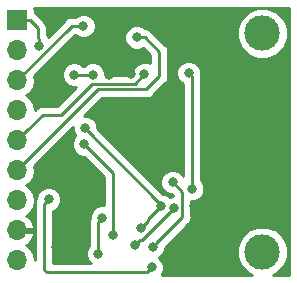
<source format=gbl>
G04 #@! TF.GenerationSoftware,KiCad,Pcbnew,5.0.0-rc1-44a33f2~62~ubuntu16.04.1*
G04 #@! TF.CreationDate,2018-04-05T21:06:55+03:00*
G04 #@! TF.ProjectId,accel-breakout,616363656C2D627265616B6F75742E6B,rev?*
G04 #@! TF.SameCoordinates,Original*
G04 #@! TF.FileFunction,Copper,L2,Bot,Signal*
G04 #@! TF.FilePolarity,Positive*
%FSLAX46Y46*%
G04 Gerber Fmt 4.6, Leading zero omitted, Abs format (unit mm)*
G04 Created by KiCad (PCBNEW 5.0.0-rc1-44a33f2~62~ubuntu16.04.1) date Thu Apr  5 21:06:55 2018*
%MOMM*%
%LPD*%
G01*
G04 APERTURE LIST*
%ADD10R,1.700000X1.700000*%
%ADD11O,1.700000X1.700000*%
%ADD12C,3.000000*%
%ADD13C,0.800000*%
%ADD14C,0.250000*%
%ADD15C,0.254000*%
G04 APERTURE END LIST*
D10*
X129282619Y-80757500D03*
D11*
X129282619Y-83297500D03*
X129282619Y-85837500D03*
X129282619Y-88377500D03*
X129282619Y-90917500D03*
X129282619Y-93457500D03*
X129282619Y-95997500D03*
X129282619Y-98537500D03*
X129282619Y-101077500D03*
D12*
X150050000Y-100350000D03*
X150050000Y-81850000D03*
D13*
X135700000Y-85350000D03*
X134100000Y-85350000D03*
X136500000Y-97450000D03*
X136150000Y-100500000D03*
X144000000Y-98450000D03*
X144300000Y-96450000D03*
X132550000Y-99900000D03*
X143350000Y-99950000D03*
X131350000Y-87750000D03*
X132540912Y-85399991D03*
X132658104Y-92782785D03*
X142550000Y-90450000D03*
X138400000Y-90500000D03*
X138900000Y-85300000D03*
X137050000Y-85400000D03*
X136400000Y-81000000D03*
X135050000Y-89900000D03*
X139800000Y-98350000D03*
X141500000Y-96450000D03*
X131172407Y-82922407D03*
X143800000Y-85200000D03*
X144100000Y-95000000D03*
X142550000Y-96673002D03*
X139300000Y-99750000D03*
X134950000Y-91250000D03*
X137407817Y-98955000D03*
X134900000Y-81225000D03*
X140061439Y-85300898D03*
X140680706Y-101674990D03*
X139400000Y-82200000D03*
X131950000Y-95900000D03*
X142450000Y-94450000D03*
X140750000Y-99950000D03*
D14*
X134100000Y-85350000D02*
X135700000Y-85350000D01*
X136150000Y-100500000D02*
X136150000Y-97800000D01*
X136150000Y-97800000D02*
X136500000Y-97450000D01*
X135050000Y-89900000D02*
X141500000Y-96350000D01*
X141500000Y-96350000D02*
X141500000Y-96450000D01*
X139800000Y-98350000D02*
X140400152Y-97749848D01*
X140400152Y-97749848D02*
X140400152Y-97549848D01*
X140400152Y-97549848D02*
X141500000Y-96450000D01*
X131050000Y-82234315D02*
X131050000Y-81424881D01*
X131050000Y-81424881D02*
X130382619Y-80757500D01*
X130382619Y-80757500D02*
X129282619Y-80757500D01*
X131172407Y-82922407D02*
X131172407Y-82356722D01*
X131172407Y-82356722D02*
X131050000Y-82234315D01*
X144100000Y-85500000D02*
X143800000Y-85200000D01*
X144100000Y-95000000D02*
X144100000Y-85500000D01*
X139300000Y-99750000D02*
X139699999Y-99350001D01*
X139699999Y-99350001D02*
X139873001Y-99350001D01*
X139873001Y-99350001D02*
X142550000Y-96673002D01*
X137407817Y-93707817D02*
X134950000Y-91250000D01*
X137407817Y-97042183D02*
X137407817Y-93707817D01*
X137407817Y-98955000D02*
X137407817Y-97042183D01*
X129282619Y-85837500D02*
X133895119Y-81225000D01*
X133895119Y-81225000D02*
X134900000Y-81225000D01*
X131450000Y-88750000D02*
X133000000Y-88750000D01*
X139237336Y-86125001D02*
X140061439Y-85300898D01*
X130132618Y-90067382D02*
X131450000Y-88750000D01*
X135624999Y-86125001D02*
X139237336Y-86125001D01*
X130132618Y-90067501D02*
X130132618Y-90067382D01*
X133000000Y-88750000D02*
X135624999Y-86125001D01*
X129282619Y-90917500D02*
X130132618Y-90067501D01*
X131950000Y-95900000D02*
X131550001Y-96299999D01*
X131774989Y-102074989D02*
X140280707Y-102074989D01*
X131550001Y-101850001D02*
X131774989Y-102074989D01*
X131550001Y-96299999D02*
X131550001Y-101850001D01*
X140280707Y-102074989D02*
X140680706Y-101674990D01*
X141300000Y-83400000D02*
X140100000Y-82200000D01*
X140100000Y-82200000D02*
X139400000Y-82200000D01*
X141300000Y-85500000D02*
X141300000Y-83400000D01*
X140200000Y-86600000D02*
X141300000Y-85500000D01*
X136140119Y-86600000D02*
X140200000Y-86600000D01*
X129282619Y-93457500D02*
X136140119Y-86600000D01*
X143275001Y-95275001D02*
X142450000Y-94450000D01*
X141149999Y-99550001D02*
X143275001Y-97424999D01*
X143275001Y-97424999D02*
X143275001Y-95275001D01*
X140750000Y-99950000D02*
X141149999Y-99550001D01*
D15*
G36*
X152290000Y-102290000D02*
X150945450Y-102290000D01*
X151259380Y-102159966D01*
X151859966Y-101559380D01*
X152185000Y-100774678D01*
X152185000Y-99925322D01*
X151859966Y-99140620D01*
X151259380Y-98540034D01*
X150474678Y-98215000D01*
X149625322Y-98215000D01*
X148840620Y-98540034D01*
X148240034Y-99140620D01*
X147915000Y-99925322D01*
X147915000Y-100774678D01*
X148240034Y-101559380D01*
X148840620Y-102159966D01*
X149154550Y-102290000D01*
X141529407Y-102290000D01*
X141558137Y-102261270D01*
X141715706Y-101880864D01*
X141715706Y-101469116D01*
X141558137Y-101088710D01*
X141308404Y-100838977D01*
X141336280Y-100827431D01*
X141627431Y-100536280D01*
X141785000Y-100155874D01*
X141785000Y-99989801D01*
X143759474Y-98015328D01*
X143822930Y-97972928D01*
X143865925Y-97908581D01*
X143990905Y-97721537D01*
X144017047Y-97590112D01*
X144035001Y-97499851D01*
X144035001Y-97499847D01*
X144049889Y-97424999D01*
X144035001Y-97350151D01*
X144035001Y-96035000D01*
X144305874Y-96035000D01*
X144686280Y-95877431D01*
X144977431Y-95586280D01*
X145135000Y-95205874D01*
X145135000Y-94794126D01*
X144977431Y-94413720D01*
X144860000Y-94296289D01*
X144860000Y-85574846D01*
X144874888Y-85499999D01*
X144860000Y-85425152D01*
X144860000Y-85425148D01*
X144835000Y-85299465D01*
X144835000Y-84994126D01*
X144677431Y-84613720D01*
X144386280Y-84322569D01*
X144005874Y-84165000D01*
X143594126Y-84165000D01*
X143213720Y-84322569D01*
X142922569Y-84613720D01*
X142765000Y-84994126D01*
X142765000Y-85405874D01*
X142922569Y-85786280D01*
X143213720Y-86077431D01*
X143340001Y-86129738D01*
X143340000Y-93894065D01*
X143327431Y-93863720D01*
X143036280Y-93572569D01*
X142655874Y-93415000D01*
X142244126Y-93415000D01*
X141863720Y-93572569D01*
X141572569Y-93863720D01*
X141415000Y-94244126D01*
X141415000Y-94655874D01*
X141572569Y-95036280D01*
X141863720Y-95327431D01*
X142244126Y-95485000D01*
X142410198Y-95485000D01*
X142515002Y-95589804D01*
X142515002Y-95638002D01*
X142344126Y-95638002D01*
X142208069Y-95694358D01*
X142086280Y-95572569D01*
X141705874Y-95415000D01*
X141639803Y-95415000D01*
X136085000Y-89860199D01*
X136085000Y-89694126D01*
X135927431Y-89313720D01*
X135636280Y-89022569D01*
X135255874Y-88865000D01*
X134949921Y-88865000D01*
X136454921Y-87360000D01*
X140125153Y-87360000D01*
X140200000Y-87374888D01*
X140274847Y-87360000D01*
X140274852Y-87360000D01*
X140496537Y-87315904D01*
X140747929Y-87147929D01*
X140790331Y-87084470D01*
X141784473Y-86090329D01*
X141847929Y-86047929D01*
X142015904Y-85796537D01*
X142060000Y-85574852D01*
X142060000Y-85574847D01*
X142074888Y-85500000D01*
X142060000Y-85425153D01*
X142060000Y-83474846D01*
X142074888Y-83399999D01*
X142060000Y-83325152D01*
X142060000Y-83325148D01*
X142015904Y-83103463D01*
X141847929Y-82852071D01*
X141784473Y-82809671D01*
X140690331Y-81715530D01*
X140647929Y-81652071D01*
X140396537Y-81484096D01*
X140174852Y-81440000D01*
X140174847Y-81440000D01*
X140101056Y-81425322D01*
X147915000Y-81425322D01*
X147915000Y-82274678D01*
X148240034Y-83059380D01*
X148840620Y-83659966D01*
X149625322Y-83985000D01*
X150474678Y-83985000D01*
X151259380Y-83659966D01*
X151859966Y-83059380D01*
X152185000Y-82274678D01*
X152185000Y-81425322D01*
X151859966Y-80640620D01*
X151259380Y-80040034D01*
X150474678Y-79715000D01*
X149625322Y-79715000D01*
X148840620Y-80040034D01*
X148240034Y-80640620D01*
X147915000Y-81425322D01*
X140101056Y-81425322D01*
X140100000Y-81425112D01*
X140090677Y-81426966D01*
X139986280Y-81322569D01*
X139605874Y-81165000D01*
X139194126Y-81165000D01*
X138813720Y-81322569D01*
X138522569Y-81613720D01*
X138365000Y-81994126D01*
X138365000Y-82405874D01*
X138522569Y-82786280D01*
X138813720Y-83077431D01*
X139194126Y-83235000D01*
X139605874Y-83235000D01*
X139927130Y-83101932D01*
X140540001Y-83714803D01*
X140540001Y-84378849D01*
X140267313Y-84265898D01*
X139855565Y-84265898D01*
X139475159Y-84423467D01*
X139184008Y-84714618D01*
X139026439Y-85095024D01*
X139026439Y-85261097D01*
X138922535Y-85365001D01*
X136735000Y-85365001D01*
X136735000Y-85144126D01*
X136577431Y-84763720D01*
X136286280Y-84472569D01*
X135905874Y-84315000D01*
X135494126Y-84315000D01*
X135113720Y-84472569D01*
X134996289Y-84590000D01*
X134803711Y-84590000D01*
X134686280Y-84472569D01*
X134305874Y-84315000D01*
X133894126Y-84315000D01*
X133513720Y-84472569D01*
X133222569Y-84763720D01*
X133065000Y-85144126D01*
X133065000Y-85555874D01*
X133222569Y-85936280D01*
X133513720Y-86227431D01*
X133894126Y-86385000D01*
X134290198Y-86385000D01*
X132685199Y-87990000D01*
X131524846Y-87990000D01*
X131449999Y-87975112D01*
X131375152Y-87990000D01*
X131375148Y-87990000D01*
X131153463Y-88034096D01*
X131153461Y-88034097D01*
X131153462Y-88034097D01*
X130965526Y-88159671D01*
X130965524Y-88159673D01*
X130902071Y-88202071D01*
X130859673Y-88265524D01*
X130788579Y-88336618D01*
X130681458Y-87798082D01*
X130353244Y-87306875D01*
X130054858Y-87107500D01*
X130353244Y-86908125D01*
X130681458Y-86416918D01*
X130796711Y-85837500D01*
X130723828Y-85471092D01*
X134203105Y-81991816D01*
X134313720Y-82102431D01*
X134694126Y-82260000D01*
X135105874Y-82260000D01*
X135486280Y-82102431D01*
X135777431Y-81811280D01*
X135935000Y-81430874D01*
X135935000Y-81019126D01*
X135777431Y-80638720D01*
X135486280Y-80347569D01*
X135105874Y-80190000D01*
X134694126Y-80190000D01*
X134313720Y-80347569D01*
X134196289Y-80465000D01*
X133969965Y-80465000D01*
X133895118Y-80450112D01*
X133820271Y-80465000D01*
X133820267Y-80465000D01*
X133598582Y-80509096D01*
X133347190Y-80677071D01*
X133304790Y-80740527D01*
X131904375Y-82140943D01*
X131888311Y-82060185D01*
X131810000Y-81942984D01*
X131810000Y-81499727D01*
X131824888Y-81424880D01*
X131810000Y-81350033D01*
X131810000Y-81350029D01*
X131765904Y-81128344D01*
X131597929Y-80876952D01*
X131534473Y-80834552D01*
X130972950Y-80273030D01*
X130930548Y-80209571D01*
X130780059Y-80109017D01*
X130780059Y-79907500D01*
X130740774Y-79710000D01*
X152290001Y-79710000D01*
X152290000Y-102290000D01*
X152290000Y-102290000D01*
G37*
X152290000Y-102290000D02*
X150945450Y-102290000D01*
X151259380Y-102159966D01*
X151859966Y-101559380D01*
X152185000Y-100774678D01*
X152185000Y-99925322D01*
X151859966Y-99140620D01*
X151259380Y-98540034D01*
X150474678Y-98215000D01*
X149625322Y-98215000D01*
X148840620Y-98540034D01*
X148240034Y-99140620D01*
X147915000Y-99925322D01*
X147915000Y-100774678D01*
X148240034Y-101559380D01*
X148840620Y-102159966D01*
X149154550Y-102290000D01*
X141529407Y-102290000D01*
X141558137Y-102261270D01*
X141715706Y-101880864D01*
X141715706Y-101469116D01*
X141558137Y-101088710D01*
X141308404Y-100838977D01*
X141336280Y-100827431D01*
X141627431Y-100536280D01*
X141785000Y-100155874D01*
X141785000Y-99989801D01*
X143759474Y-98015328D01*
X143822930Y-97972928D01*
X143865925Y-97908581D01*
X143990905Y-97721537D01*
X144017047Y-97590112D01*
X144035001Y-97499851D01*
X144035001Y-97499847D01*
X144049889Y-97424999D01*
X144035001Y-97350151D01*
X144035001Y-96035000D01*
X144305874Y-96035000D01*
X144686280Y-95877431D01*
X144977431Y-95586280D01*
X145135000Y-95205874D01*
X145135000Y-94794126D01*
X144977431Y-94413720D01*
X144860000Y-94296289D01*
X144860000Y-85574846D01*
X144874888Y-85499999D01*
X144860000Y-85425152D01*
X144860000Y-85425148D01*
X144835000Y-85299465D01*
X144835000Y-84994126D01*
X144677431Y-84613720D01*
X144386280Y-84322569D01*
X144005874Y-84165000D01*
X143594126Y-84165000D01*
X143213720Y-84322569D01*
X142922569Y-84613720D01*
X142765000Y-84994126D01*
X142765000Y-85405874D01*
X142922569Y-85786280D01*
X143213720Y-86077431D01*
X143340001Y-86129738D01*
X143340000Y-93894065D01*
X143327431Y-93863720D01*
X143036280Y-93572569D01*
X142655874Y-93415000D01*
X142244126Y-93415000D01*
X141863720Y-93572569D01*
X141572569Y-93863720D01*
X141415000Y-94244126D01*
X141415000Y-94655874D01*
X141572569Y-95036280D01*
X141863720Y-95327431D01*
X142244126Y-95485000D01*
X142410198Y-95485000D01*
X142515002Y-95589804D01*
X142515002Y-95638002D01*
X142344126Y-95638002D01*
X142208069Y-95694358D01*
X142086280Y-95572569D01*
X141705874Y-95415000D01*
X141639803Y-95415000D01*
X136085000Y-89860199D01*
X136085000Y-89694126D01*
X135927431Y-89313720D01*
X135636280Y-89022569D01*
X135255874Y-88865000D01*
X134949921Y-88865000D01*
X136454921Y-87360000D01*
X140125153Y-87360000D01*
X140200000Y-87374888D01*
X140274847Y-87360000D01*
X140274852Y-87360000D01*
X140496537Y-87315904D01*
X140747929Y-87147929D01*
X140790331Y-87084470D01*
X141784473Y-86090329D01*
X141847929Y-86047929D01*
X142015904Y-85796537D01*
X142060000Y-85574852D01*
X142060000Y-85574847D01*
X142074888Y-85500000D01*
X142060000Y-85425153D01*
X142060000Y-83474846D01*
X142074888Y-83399999D01*
X142060000Y-83325152D01*
X142060000Y-83325148D01*
X142015904Y-83103463D01*
X141847929Y-82852071D01*
X141784473Y-82809671D01*
X140690331Y-81715530D01*
X140647929Y-81652071D01*
X140396537Y-81484096D01*
X140174852Y-81440000D01*
X140174847Y-81440000D01*
X140101056Y-81425322D01*
X147915000Y-81425322D01*
X147915000Y-82274678D01*
X148240034Y-83059380D01*
X148840620Y-83659966D01*
X149625322Y-83985000D01*
X150474678Y-83985000D01*
X151259380Y-83659966D01*
X151859966Y-83059380D01*
X152185000Y-82274678D01*
X152185000Y-81425322D01*
X151859966Y-80640620D01*
X151259380Y-80040034D01*
X150474678Y-79715000D01*
X149625322Y-79715000D01*
X148840620Y-80040034D01*
X148240034Y-80640620D01*
X147915000Y-81425322D01*
X140101056Y-81425322D01*
X140100000Y-81425112D01*
X140090677Y-81426966D01*
X139986280Y-81322569D01*
X139605874Y-81165000D01*
X139194126Y-81165000D01*
X138813720Y-81322569D01*
X138522569Y-81613720D01*
X138365000Y-81994126D01*
X138365000Y-82405874D01*
X138522569Y-82786280D01*
X138813720Y-83077431D01*
X139194126Y-83235000D01*
X139605874Y-83235000D01*
X139927130Y-83101932D01*
X140540001Y-83714803D01*
X140540001Y-84378849D01*
X140267313Y-84265898D01*
X139855565Y-84265898D01*
X139475159Y-84423467D01*
X139184008Y-84714618D01*
X139026439Y-85095024D01*
X139026439Y-85261097D01*
X138922535Y-85365001D01*
X136735000Y-85365001D01*
X136735000Y-85144126D01*
X136577431Y-84763720D01*
X136286280Y-84472569D01*
X135905874Y-84315000D01*
X135494126Y-84315000D01*
X135113720Y-84472569D01*
X134996289Y-84590000D01*
X134803711Y-84590000D01*
X134686280Y-84472569D01*
X134305874Y-84315000D01*
X133894126Y-84315000D01*
X133513720Y-84472569D01*
X133222569Y-84763720D01*
X133065000Y-85144126D01*
X133065000Y-85555874D01*
X133222569Y-85936280D01*
X133513720Y-86227431D01*
X133894126Y-86385000D01*
X134290198Y-86385000D01*
X132685199Y-87990000D01*
X131524846Y-87990000D01*
X131449999Y-87975112D01*
X131375152Y-87990000D01*
X131375148Y-87990000D01*
X131153463Y-88034096D01*
X131153461Y-88034097D01*
X131153462Y-88034097D01*
X130965526Y-88159671D01*
X130965524Y-88159673D01*
X130902071Y-88202071D01*
X130859673Y-88265524D01*
X130788579Y-88336618D01*
X130681458Y-87798082D01*
X130353244Y-87306875D01*
X130054858Y-87107500D01*
X130353244Y-86908125D01*
X130681458Y-86416918D01*
X130796711Y-85837500D01*
X130723828Y-85471092D01*
X134203105Y-81991816D01*
X134313720Y-82102431D01*
X134694126Y-82260000D01*
X135105874Y-82260000D01*
X135486280Y-82102431D01*
X135777431Y-81811280D01*
X135935000Y-81430874D01*
X135935000Y-81019126D01*
X135777431Y-80638720D01*
X135486280Y-80347569D01*
X135105874Y-80190000D01*
X134694126Y-80190000D01*
X134313720Y-80347569D01*
X134196289Y-80465000D01*
X133969965Y-80465000D01*
X133895118Y-80450112D01*
X133820271Y-80465000D01*
X133820267Y-80465000D01*
X133598582Y-80509096D01*
X133347190Y-80677071D01*
X133304790Y-80740527D01*
X131904375Y-82140943D01*
X131888311Y-82060185D01*
X131810000Y-81942984D01*
X131810000Y-81499727D01*
X131824888Y-81424880D01*
X131810000Y-81350033D01*
X131810000Y-81350029D01*
X131765904Y-81128344D01*
X131597929Y-80876952D01*
X131534473Y-80834552D01*
X130972950Y-80273030D01*
X130930548Y-80209571D01*
X130780059Y-80109017D01*
X130780059Y-79907500D01*
X130740774Y-79710000D01*
X152290001Y-79710000D01*
X152290000Y-102290000D01*
G36*
X134015000Y-90105874D02*
X134172569Y-90486280D01*
X134211289Y-90525000D01*
X134072569Y-90663720D01*
X133915000Y-91044126D01*
X133915000Y-91455874D01*
X134072569Y-91836280D01*
X134363720Y-92127431D01*
X134744126Y-92285000D01*
X134910199Y-92285000D01*
X136647818Y-94022620D01*
X136647817Y-96415000D01*
X136294126Y-96415000D01*
X135913720Y-96572569D01*
X135622569Y-96863720D01*
X135465000Y-97244126D01*
X135465000Y-97457213D01*
X135454740Y-97472569D01*
X135434097Y-97503463D01*
X135403781Y-97655874D01*
X135375112Y-97800000D01*
X135390001Y-97874852D01*
X135390000Y-99796289D01*
X135272569Y-99913720D01*
X135115000Y-100294126D01*
X135115000Y-100705874D01*
X135272569Y-101086280D01*
X135501278Y-101314989D01*
X132310001Y-101314989D01*
X132310001Y-96871159D01*
X132536280Y-96777431D01*
X132827431Y-96486280D01*
X132985000Y-96105874D01*
X132985000Y-95694126D01*
X132827431Y-95313720D01*
X132536280Y-95022569D01*
X132155874Y-94865000D01*
X131744126Y-94865000D01*
X131363720Y-95022569D01*
X131072569Y-95313720D01*
X130915000Y-95694126D01*
X130915000Y-95882383D01*
X130834097Y-96003463D01*
X130790001Y-96225148D01*
X130790001Y-96225152D01*
X130775113Y-96299999D01*
X130790001Y-96374846D01*
X130790002Y-101043771D01*
X130681458Y-100498082D01*
X130353244Y-100006875D01*
X130034141Y-99793657D01*
X130163977Y-99732683D01*
X130554264Y-99304424D01*
X130724095Y-98894390D01*
X130602774Y-98664500D01*
X129427000Y-98664500D01*
X129427000Y-98410500D01*
X130602774Y-98410500D01*
X130724095Y-98180610D01*
X130554264Y-97770576D01*
X130163977Y-97342317D01*
X130034141Y-97281343D01*
X130353244Y-97068125D01*
X130681458Y-96576918D01*
X130796711Y-95997500D01*
X130681458Y-95418082D01*
X130353244Y-94926875D01*
X130054858Y-94727500D01*
X130353244Y-94528125D01*
X130681458Y-94036918D01*
X130796711Y-93457500D01*
X130723828Y-93091092D01*
X134015000Y-89799921D01*
X134015000Y-90105874D01*
X134015000Y-90105874D01*
G37*
X134015000Y-90105874D02*
X134172569Y-90486280D01*
X134211289Y-90525000D01*
X134072569Y-90663720D01*
X133915000Y-91044126D01*
X133915000Y-91455874D01*
X134072569Y-91836280D01*
X134363720Y-92127431D01*
X134744126Y-92285000D01*
X134910199Y-92285000D01*
X136647818Y-94022620D01*
X136647817Y-96415000D01*
X136294126Y-96415000D01*
X135913720Y-96572569D01*
X135622569Y-96863720D01*
X135465000Y-97244126D01*
X135465000Y-97457213D01*
X135454740Y-97472569D01*
X135434097Y-97503463D01*
X135403781Y-97655874D01*
X135375112Y-97800000D01*
X135390001Y-97874852D01*
X135390000Y-99796289D01*
X135272569Y-99913720D01*
X135115000Y-100294126D01*
X135115000Y-100705874D01*
X135272569Y-101086280D01*
X135501278Y-101314989D01*
X132310001Y-101314989D01*
X132310001Y-96871159D01*
X132536280Y-96777431D01*
X132827431Y-96486280D01*
X132985000Y-96105874D01*
X132985000Y-95694126D01*
X132827431Y-95313720D01*
X132536280Y-95022569D01*
X132155874Y-94865000D01*
X131744126Y-94865000D01*
X131363720Y-95022569D01*
X131072569Y-95313720D01*
X130915000Y-95694126D01*
X130915000Y-95882383D01*
X130834097Y-96003463D01*
X130790001Y-96225148D01*
X130790001Y-96225152D01*
X130775113Y-96299999D01*
X130790001Y-96374846D01*
X130790002Y-101043771D01*
X130681458Y-100498082D01*
X130353244Y-100006875D01*
X130034141Y-99793657D01*
X130163977Y-99732683D01*
X130554264Y-99304424D01*
X130724095Y-98894390D01*
X130602774Y-98664500D01*
X129427000Y-98664500D01*
X129427000Y-98410500D01*
X130602774Y-98410500D01*
X130724095Y-98180610D01*
X130554264Y-97770576D01*
X130163977Y-97342317D01*
X130034141Y-97281343D01*
X130353244Y-97068125D01*
X130681458Y-96576918D01*
X130796711Y-95997500D01*
X130681458Y-95418082D01*
X130353244Y-94926875D01*
X130054858Y-94727500D01*
X130353244Y-94528125D01*
X130681458Y-94036918D01*
X130796711Y-93457500D01*
X130723828Y-93091092D01*
X134015000Y-89799921D01*
X134015000Y-90105874D01*
M02*

</source>
